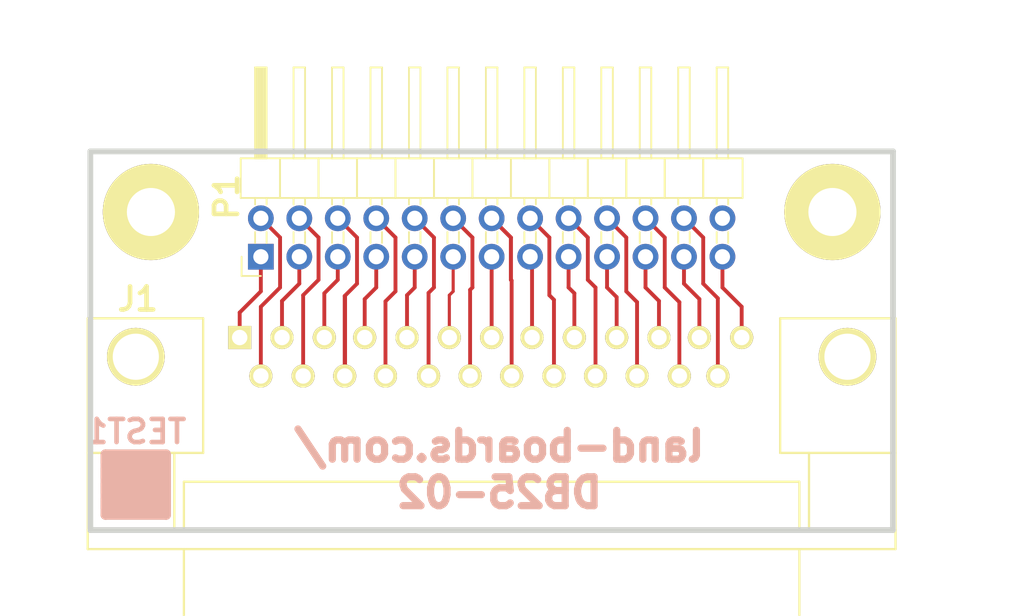
<source format=kicad_pcb>
(kicad_pcb (version 20171130) (host pcbnew "(5.1.10)-1")

  (general
    (thickness 1.6002)
    (drawings 15)
    (tracks 117)
    (zones 0)
    (modules 5)
    (nets 26)
  )

  (page A)
  (title_block
    (title SWLEDX8)
    (date 2017-05-28)
    (rev X1)
    (company "Land Boards, LLC")
  )

  (layers
    (0 Front signal hide)
    (31 Back signal hide)
    (36 B.SilkS user hide)
    (37 F.SilkS user)
    (38 B.Mask user)
    (39 F.Mask user)
    (40 Dwgs.User user)
    (44 Edge.Cuts user)
    (45 Margin user)
    (46 B.CrtYd user)
    (47 F.CrtYd user)
  )

  (setup
    (last_trace_width 0.2032)
    (user_trace_width 0.254)
    (user_trace_width 0.635)
    (trace_clearance 0.254)
    (zone_clearance 0.3048)
    (zone_45_only no)
    (trace_min 0.2032)
    (via_size 0.889)
    (via_drill 0.635)
    (via_min_size 0.889)
    (via_min_drill 0.508)
    (uvia_size 0.508)
    (uvia_drill 0.127)
    (uvias_allowed no)
    (uvia_min_size 0.508)
    (uvia_min_drill 0.127)
    (edge_width 0.381)
    (segment_width 0.381)
    (pcb_text_width 0.3048)
    (pcb_text_size 1.524 2.032)
    (mod_edge_width 0.381)
    (mod_text_size 1.524 1.524)
    (mod_text_width 0.3048)
    (pad_size 6.35 6.35)
    (pad_drill 3.175)
    (pad_to_mask_clearance 0)
    (aux_axis_origin 0 0)
    (visible_elements 7EFFEF7F)
    (pcbplotparams
      (layerselection 0x010f0_ffffffff)
      (usegerberextensions false)
      (usegerberattributes true)
      (usegerberadvancedattributes true)
      (creategerberjobfile true)
      (excludeedgelayer true)
      (linewidth 0.150000)
      (plotframeref false)
      (viasonmask false)
      (mode 1)
      (useauxorigin false)
      (hpglpennumber 1)
      (hpglpenspeed 20)
      (hpglpendiameter 15.000000)
      (psnegative false)
      (psa4output false)
      (plotreference true)
      (plotvalue false)
      (plotinvisibletext false)
      (padsonsilk false)
      (subtractmaskfromsilk false)
      (outputformat 1)
      (mirror false)
      (drillshape 0)
      (scaleselection 1)
      (outputdirectory "plots/"))
  )

  (net 0 "")
  (net 1 "Net-(J1-Pad1)")
  (net 2 "Net-(J1-Pad2)")
  (net 3 "Net-(J1-Pad3)")
  (net 4 "Net-(J1-Pad4)")
  (net 5 "Net-(J1-Pad5)")
  (net 6 "Net-(J1-Pad6)")
  (net 7 "Net-(J1-Pad7)")
  (net 8 "Net-(J1-Pad8)")
  (net 9 "Net-(J1-Pad9)")
  (net 10 "Net-(J1-Pad10)")
  (net 11 "Net-(J1-Pad11)")
  (net 12 "Net-(J1-Pad12)")
  (net 13 "Net-(J1-Pad13)")
  (net 14 "Net-(J1-Pad14)")
  (net 15 "Net-(J1-Pad15)")
  (net 16 "Net-(J1-Pad16)")
  (net 17 "Net-(J1-Pad17)")
  (net 18 "Net-(J1-Pad18)")
  (net 19 "Net-(J1-Pad19)")
  (net 20 "Net-(J1-Pad20)")
  (net 21 "Net-(J1-Pad21)")
  (net 22 "Net-(J1-Pad22)")
  (net 23 "Net-(J1-Pad23)")
  (net 24 "Net-(J1-Pad24)")
  (net 25 "Net-(J1-Pad25)")

  (net_class Default "This is the default net class."
    (clearance 0.254)
    (trace_width 0.2032)
    (via_dia 0.889)
    (via_drill 0.635)
    (uvia_dia 0.508)
    (uvia_drill 0.127)
    (diff_pair_width 0.25)
    (diff_pair_gap 0.25)
    (add_net "Net-(J1-Pad1)")
    (add_net "Net-(J1-Pad10)")
    (add_net "Net-(J1-Pad11)")
    (add_net "Net-(J1-Pad12)")
    (add_net "Net-(J1-Pad13)")
    (add_net "Net-(J1-Pad14)")
    (add_net "Net-(J1-Pad15)")
    (add_net "Net-(J1-Pad16)")
    (add_net "Net-(J1-Pad17)")
    (add_net "Net-(J1-Pad18)")
    (add_net "Net-(J1-Pad19)")
    (add_net "Net-(J1-Pad2)")
    (add_net "Net-(J1-Pad20)")
    (add_net "Net-(J1-Pad21)")
    (add_net "Net-(J1-Pad22)")
    (add_net "Net-(J1-Pad23)")
    (add_net "Net-(J1-Pad24)")
    (add_net "Net-(J1-Pad25)")
    (add_net "Net-(J1-Pad3)")
    (add_net "Net-(J1-Pad4)")
    (add_net "Net-(J1-Pad5)")
    (add_net "Net-(J1-Pad6)")
    (add_net "Net-(J1-Pad7)")
    (add_net "Net-(J1-Pad8)")
    (add_net "Net-(J1-Pad9)")
  )

  (net_class POWER ""
    (clearance 0.254)
    (trace_width 0.635)
    (via_dia 0.889)
    (via_drill 0.635)
    (uvia_dia 0.508)
    (uvia_drill 0.127)
    (diff_pair_width 0.25)
    (diff_pair_gap 0.25)
  )

  (module LandBoards_Marking:TEST_BLK-REAR (layer Front) (tedit 5935B6D1) (tstamp 5935BA98)
    (at 24 28)
    (path /592AF46D)
    (fp_text reference TEST1 (at 0 -3.5) (layer B.SilkS)
      (effects (font (size 1.524 1.524) (thickness 0.3048)) (justify mirror))
    )
    (fp_text value COUPON (at 0 4) (layer F.SilkS) hide
      (effects (font (size 1.524 1.524) (thickness 0.3048)))
    )
    (fp_line (start -2 1.5) (end 2 1.5) (layer B.SilkS) (width 0.65))
    (fp_line (start -2 1) (end -2 1.5) (layer B.SilkS) (width 0.65))
    (fp_line (start 2 1) (end -2 1) (layer B.SilkS) (width 0.65))
    (fp_line (start 2 0.5) (end 2 1) (layer B.SilkS) (width 0.65))
    (fp_line (start 1.5 0.5) (end 2 0.5) (layer B.SilkS) (width 0.65))
    (fp_line (start -2 0.5) (end 1.5 0.5) (layer B.SilkS) (width 0.65))
    (fp_line (start -2 0) (end -2 0.5) (layer B.SilkS) (width 0.65))
    (fp_line (start 2 0) (end -2 0) (layer B.SilkS) (width 0.65))
    (fp_line (start 2 -0.5) (end 2 0) (layer B.SilkS) (width 0.65))
    (fp_line (start -2 -0.5) (end 2 -0.5) (layer B.SilkS) (width 0.65))
    (fp_line (start -2 -1) (end -2 -0.5) (layer B.SilkS) (width 0.65))
    (fp_line (start 2 -1) (end -2 -1) (layer B.SilkS) (width 0.65))
    (fp_line (start 2 -1.5) (end 2 -1) (layer B.SilkS) (width 0.65))
    (fp_line (start -2 -1.5) (end 2 -1.5) (layer B.SilkS) (width 0.65))
    (fp_line (start -2 -2) (end -2 -1.5) (layer B.SilkS) (width 0.65))
    (fp_line (start -2 2) (end -2 -2) (layer B.SilkS) (width 0.65))
    (fp_line (start 2 2) (end -2 2) (layer B.SilkS) (width 0.65))
    (fp_line (start 2 -2) (end 2 2) (layer B.SilkS) (width 0.65))
    (fp_line (start -2 -2) (end 2 -2) (layer B.SilkS) (width 0.65))
  )

  (module Pin_Headers:Pin_Header_Angled_2x13_Pitch2.54mm (layer Front) (tedit 5935BCFE) (tstamp 5935C8B3)
    (at 32.258 12.954 90)
    (descr "Through hole angled pin header, 2x13, 2.54mm pitch, 6mm pin length, double rows")
    (tags "Through hole angled pin header THT 2x13 2.54mm double row")
    (path /5935B96A)
    (fp_text reference P1 (at 3.954 -2.258 90) (layer F.SilkS)
      (effects (font (size 1.524 1.524) (thickness 0.3048)))
    )
    (fp_text value CONN_01X26 (at 5.585 32.75 90) (layer F.SilkS) hide
      (effects (font (size 1 1) (thickness 0.15)))
    )
    (fp_line (start 12.95 -1.8) (end -1.8 -1.8) (layer F.CrtYd) (width 0.05))
    (fp_line (start 12.95 32.25) (end 12.95 -1.8) (layer F.CrtYd) (width 0.05))
    (fp_line (start -1.8 32.25) (end 12.95 32.25) (layer F.CrtYd) (width 0.05))
    (fp_line (start -1.8 -1.8) (end -1.8 32.25) (layer F.CrtYd) (width 0.05))
    (fp_line (start -1.27 -1.27) (end 0 -1.27) (layer F.SilkS) (width 0.12))
    (fp_line (start -1.27 0) (end -1.27 -1.27) (layer F.SilkS) (width 0.12))
    (fp_line (start 0.91 30.86) (end 1.63 30.86) (layer F.SilkS) (width 0.12))
    (fp_line (start 0.91 30.1) (end 1.63 30.1) (layer F.SilkS) (width 0.12))
    (fp_line (start 3.45 30.86) (end 3.88 30.86) (layer F.SilkS) (width 0.12))
    (fp_line (start 3.45 30.1) (end 3.88 30.1) (layer F.SilkS) (width 0.12))
    (fp_line (start 12.5 30.1) (end 6.5 30.1) (layer F.SilkS) (width 0.12))
    (fp_line (start 12.5 30.86) (end 12.5 30.1) (layer F.SilkS) (width 0.12))
    (fp_line (start 6.5 30.86) (end 12.5 30.86) (layer F.SilkS) (width 0.12))
    (fp_line (start 6.5 30.1) (end 6.5 30.86) (layer F.SilkS) (width 0.12))
    (fp_line (start 6.5 29.21) (end 3.88 29.21) (layer F.SilkS) (width 0.12))
    (fp_line (start 6.5 31.81) (end 6.5 29.21) (layer F.SilkS) (width 0.12))
    (fp_line (start 3.88 31.81) (end 6.5 31.81) (layer F.SilkS) (width 0.12))
    (fp_line (start 3.88 29.21) (end 3.88 31.81) (layer F.SilkS) (width 0.12))
    (fp_line (start 0.91 28.32) (end 1.63 28.32) (layer F.SilkS) (width 0.12))
    (fp_line (start 0.91 27.56) (end 1.63 27.56) (layer F.SilkS) (width 0.12))
    (fp_line (start 3.45 28.32) (end 3.88 28.32) (layer F.SilkS) (width 0.12))
    (fp_line (start 3.45 27.56) (end 3.88 27.56) (layer F.SilkS) (width 0.12))
    (fp_line (start 12.5 27.56) (end 6.5 27.56) (layer F.SilkS) (width 0.12))
    (fp_line (start 12.5 28.32) (end 12.5 27.56) (layer F.SilkS) (width 0.12))
    (fp_line (start 6.5 28.32) (end 12.5 28.32) (layer F.SilkS) (width 0.12))
    (fp_line (start 6.5 27.56) (end 6.5 28.32) (layer F.SilkS) (width 0.12))
    (fp_line (start 6.5 26.67) (end 3.88 26.67) (layer F.SilkS) (width 0.12))
    (fp_line (start 6.5 29.21) (end 6.5 26.67) (layer F.SilkS) (width 0.12))
    (fp_line (start 3.88 29.21) (end 6.5 29.21) (layer F.SilkS) (width 0.12))
    (fp_line (start 3.88 26.67) (end 3.88 29.21) (layer F.SilkS) (width 0.12))
    (fp_line (start 0.91 25.78) (end 1.63 25.78) (layer F.SilkS) (width 0.12))
    (fp_line (start 0.91 25.02) (end 1.63 25.02) (layer F.SilkS) (width 0.12))
    (fp_line (start 3.45 25.78) (end 3.88 25.78) (layer F.SilkS) (width 0.12))
    (fp_line (start 3.45 25.02) (end 3.88 25.02) (layer F.SilkS) (width 0.12))
    (fp_line (start 12.5 25.02) (end 6.5 25.02) (layer F.SilkS) (width 0.12))
    (fp_line (start 12.5 25.78) (end 12.5 25.02) (layer F.SilkS) (width 0.12))
    (fp_line (start 6.5 25.78) (end 12.5 25.78) (layer F.SilkS) (width 0.12))
    (fp_line (start 6.5 25.02) (end 6.5 25.78) (layer F.SilkS) (width 0.12))
    (fp_line (start 6.5 24.13) (end 3.88 24.13) (layer F.SilkS) (width 0.12))
    (fp_line (start 6.5 26.67) (end 6.5 24.13) (layer F.SilkS) (width 0.12))
    (fp_line (start 3.88 26.67) (end 6.5 26.67) (layer F.SilkS) (width 0.12))
    (fp_line (start 3.88 24.13) (end 3.88 26.67) (layer F.SilkS) (width 0.12))
    (fp_line (start 0.91 23.24) (end 1.63 23.24) (layer F.SilkS) (width 0.12))
    (fp_line (start 0.91 22.48) (end 1.63 22.48) (layer F.SilkS) (width 0.12))
    (fp_line (start 3.45 23.24) (end 3.88 23.24) (layer F.SilkS) (width 0.12))
    (fp_line (start 3.45 22.48) (end 3.88 22.48) (layer F.SilkS) (width 0.12))
    (fp_line (start 12.5 22.48) (end 6.5 22.48) (layer F.SilkS) (width 0.12))
    (fp_line (start 12.5 23.24) (end 12.5 22.48) (layer F.SilkS) (width 0.12))
    (fp_line (start 6.5 23.24) (end 12.5 23.24) (layer F.SilkS) (width 0.12))
    (fp_line (start 6.5 22.48) (end 6.5 23.24) (layer F.SilkS) (width 0.12))
    (fp_line (start 6.5 21.59) (end 3.88 21.59) (layer F.SilkS) (width 0.12))
    (fp_line (start 6.5 24.13) (end 6.5 21.59) (layer F.SilkS) (width 0.12))
    (fp_line (start 3.88 24.13) (end 6.5 24.13) (layer F.SilkS) (width 0.12))
    (fp_line (start 3.88 21.59) (end 3.88 24.13) (layer F.SilkS) (width 0.12))
    (fp_line (start 0.91 20.7) (end 1.63 20.7) (layer F.SilkS) (width 0.12))
    (fp_line (start 0.91 19.94) (end 1.63 19.94) (layer F.SilkS) (width 0.12))
    (fp_line (start 3.45 20.7) (end 3.88 20.7) (layer F.SilkS) (width 0.12))
    (fp_line (start 3.45 19.94) (end 3.88 19.94) (layer F.SilkS) (width 0.12))
    (fp_line (start 12.5 19.94) (end 6.5 19.94) (layer F.SilkS) (width 0.12))
    (fp_line (start 12.5 20.7) (end 12.5 19.94) (layer F.SilkS) (width 0.12))
    (fp_line (start 6.5 20.7) (end 12.5 20.7) (layer F.SilkS) (width 0.12))
    (fp_line (start 6.5 19.94) (end 6.5 20.7) (layer F.SilkS) (width 0.12))
    (fp_line (start 6.5 19.05) (end 3.88 19.05) (layer F.SilkS) (width 0.12))
    (fp_line (start 6.5 21.59) (end 6.5 19.05) (layer F.SilkS) (width 0.12))
    (fp_line (start 3.88 21.59) (end 6.5 21.59) (layer F.SilkS) (width 0.12))
    (fp_line (start 3.88 19.05) (end 3.88 21.59) (layer F.SilkS) (width 0.12))
    (fp_line (start 0.91 18.16) (end 1.63 18.16) (layer F.SilkS) (width 0.12))
    (fp_line (start 0.91 17.4) (end 1.63 17.4) (layer F.SilkS) (width 0.12))
    (fp_line (start 3.45 18.16) (end 3.88 18.16) (layer F.SilkS) (width 0.12))
    (fp_line (start 3.45 17.4) (end 3.88 17.4) (layer F.SilkS) (width 0.12))
    (fp_line (start 12.5 17.4) (end 6.5 17.4) (layer F.SilkS) (width 0.12))
    (fp_line (start 12.5 18.16) (end 12.5 17.4) (layer F.SilkS) (width 0.12))
    (fp_line (start 6.5 18.16) (end 12.5 18.16) (layer F.SilkS) (width 0.12))
    (fp_line (start 6.5 17.4) (end 6.5 18.16) (layer F.SilkS) (width 0.12))
    (fp_line (start 6.5 16.51) (end 3.88 16.51) (layer F.SilkS) (width 0.12))
    (fp_line (start 6.5 19.05) (end 6.5 16.51) (layer F.SilkS) (width 0.12))
    (fp_line (start 3.88 19.05) (end 6.5 19.05) (layer F.SilkS) (width 0.12))
    (fp_line (start 3.88 16.51) (end 3.88 19.05) (layer F.SilkS) (width 0.12))
    (fp_line (start 0.91 15.62) (end 1.63 15.62) (layer F.SilkS) (width 0.12))
    (fp_line (start 0.91 14.86) (end 1.63 14.86) (layer F.SilkS) (width 0.12))
    (fp_line (start 3.45 15.62) (end 3.88 15.62) (layer F.SilkS) (width 0.12))
    (fp_line (start 3.45 14.86) (end 3.88 14.86) (layer F.SilkS) (width 0.12))
    (fp_line (start 12.5 14.86) (end 6.5 14.86) (layer F.SilkS) (width 0.12))
    (fp_line (start 12.5 15.62) (end 12.5 14.86) (layer F.SilkS) (width 0.12))
    (fp_line (start 6.5 15.62) (end 12.5 15.62) (layer F.SilkS) (width 0.12))
    (fp_line (start 6.5 14.86) (end 6.5 15.62) (layer F.SilkS) (width 0.12))
    (fp_line (start 6.5 13.97) (end 3.88 13.97) (layer F.SilkS) (width 0.12))
    (fp_line (start 6.5 16.51) (end 6.5 13.97) (layer F.SilkS) (width 0.12))
    (fp_line (start 3.88 16.51) (end 6.5 16.51) (layer F.SilkS) (width 0.12))
    (fp_line (start 3.88 13.97) (end 3.88 16.51) (layer F.SilkS) (width 0.12))
    (fp_line (start 0.91 13.08) (end 1.63 13.08) (layer F.SilkS) (width 0.12))
    (fp_line (start 0.91 12.32) (end 1.63 12.32) (layer F.SilkS) (width 0.12))
    (fp_line (start 3.45 13.08) (end 3.88 13.08) (layer F.SilkS) (width 0.12))
    (fp_line (start 3.45 12.32) (end 3.88 12.32) (layer F.SilkS) (width 0.12))
    (fp_line (start 12.5 12.32) (end 6.5 12.32) (layer F.SilkS) (width 0.12))
    (fp_line (start 12.5 13.08) (end 12.5 12.32) (layer F.SilkS) (width 0.12))
    (fp_line (start 6.5 13.08) (end 12.5 13.08) (layer F.SilkS) (width 0.12))
    (fp_line (start 6.5 12.32) (end 6.5 13.08) (layer F.SilkS) (width 0.12))
    (fp_line (start 6.5 11.43) (end 3.88 11.43) (layer F.SilkS) (width 0.12))
    (fp_line (start 6.5 13.97) (end 6.5 11.43) (layer F.SilkS) (width 0.12))
    (fp_line (start 3.88 13.97) (end 6.5 13.97) (layer F.SilkS) (width 0.12))
    (fp_line (start 3.88 11.43) (end 3.88 13.97) (layer F.SilkS) (width 0.12))
    (fp_line (start 0.91 10.54) (end 1.63 10.54) (layer F.SilkS) (width 0.12))
    (fp_line (start 0.91 9.78) (end 1.63 9.78) (layer F.SilkS) (width 0.12))
    (fp_line (start 3.45 10.54) (end 3.88 10.54) (layer F.SilkS) (width 0.12))
    (fp_line (start 3.45 9.78) (end 3.88 9.78) (layer F.SilkS) (width 0.12))
    (fp_line (start 12.5 9.78) (end 6.5 9.78) (layer F.SilkS) (width 0.12))
    (fp_line (start 12.5 10.54) (end 12.5 9.78) (layer F.SilkS) (width 0.12))
    (fp_line (start 6.5 10.54) (end 12.5 10.54) (layer F.SilkS) (width 0.12))
    (fp_line (start 6.5 9.78) (end 6.5 10.54) (layer F.SilkS) (width 0.12))
    (fp_line (start 6.5 8.89) (end 3.88 8.89) (layer F.SilkS) (width 0.12))
    (fp_line (start 6.5 11.43) (end 6.5 8.89) (layer F.SilkS) (width 0.12))
    (fp_line (start 3.88 11.43) (end 6.5 11.43) (layer F.SilkS) (width 0.12))
    (fp_line (start 3.88 8.89) (end 3.88 11.43) (layer F.SilkS) (width 0.12))
    (fp_line (start 0.91 8) (end 1.63 8) (layer F.SilkS) (width 0.12))
    (fp_line (start 0.91 7.24) (end 1.63 7.24) (layer F.SilkS) (width 0.12))
    (fp_line (start 3.45 8) (end 3.88 8) (layer F.SilkS) (width 0.12))
    (fp_line (start 3.45 7.24) (end 3.88 7.24) (layer F.SilkS) (width 0.12))
    (fp_line (start 12.5 7.24) (end 6.5 7.24) (layer F.SilkS) (width 0.12))
    (fp_line (start 12.5 8) (end 12.5 7.24) (layer F.SilkS) (width 0.12))
    (fp_line (start 6.5 8) (end 12.5 8) (layer F.SilkS) (width 0.12))
    (fp_line (start 6.5 7.24) (end 6.5 8) (layer F.SilkS) (width 0.12))
    (fp_line (start 6.5 6.35) (end 3.88 6.35) (layer F.SilkS) (width 0.12))
    (fp_line (start 6.5 8.89) (end 6.5 6.35) (layer F.SilkS) (width 0.12))
    (fp_line (start 3.88 8.89) (end 6.5 8.89) (layer F.SilkS) (width 0.12))
    (fp_line (start 3.88 6.35) (end 3.88 8.89) (layer F.SilkS) (width 0.12))
    (fp_line (start 0.91 5.46) (end 1.63 5.46) (layer F.SilkS) (width 0.12))
    (fp_line (start 0.91 4.7) (end 1.63 4.7) (layer F.SilkS) (width 0.12))
    (fp_line (start 3.45 5.46) (end 3.88 5.46) (layer F.SilkS) (width 0.12))
    (fp_line (start 3.45 4.7) (end 3.88 4.7) (layer F.SilkS) (width 0.12))
    (fp_line (start 12.5 4.7) (end 6.5 4.7) (layer F.SilkS) (width 0.12))
    (fp_line (start 12.5 5.46) (end 12.5 4.7) (layer F.SilkS) (width 0.12))
    (fp_line (start 6.5 5.46) (end 12.5 5.46) (layer F.SilkS) (width 0.12))
    (fp_line (start 6.5 4.7) (end 6.5 5.46) (layer F.SilkS) (width 0.12))
    (fp_line (start 6.5 3.81) (end 3.88 3.81) (layer F.SilkS) (width 0.12))
    (fp_line (start 6.5 6.35) (end 6.5 3.81) (layer F.SilkS) (width 0.12))
    (fp_line (start 3.88 6.35) (end 6.5 6.35) (layer F.SilkS) (width 0.12))
    (fp_line (start 3.88 3.81) (end 3.88 6.35) (layer F.SilkS) (width 0.12))
    (fp_line (start 0.91 2.92) (end 1.63 2.92) (layer F.SilkS) (width 0.12))
    (fp_line (start 0.91 2.16) (end 1.63 2.16) (layer F.SilkS) (width 0.12))
    (fp_line (start 3.45 2.92) (end 3.88 2.92) (layer F.SilkS) (width 0.12))
    (fp_line (start 3.45 2.16) (end 3.88 2.16) (layer F.SilkS) (width 0.12))
    (fp_line (start 12.5 2.16) (end 6.5 2.16) (layer F.SilkS) (width 0.12))
    (fp_line (start 12.5 2.92) (end 12.5 2.16) (layer F.SilkS) (width 0.12))
    (fp_line (start 6.5 2.92) (end 12.5 2.92) (layer F.SilkS) (width 0.12))
    (fp_line (start 6.5 2.16) (end 6.5 2.92) (layer F.SilkS) (width 0.12))
    (fp_line (start 6.5 1.27) (end 3.88 1.27) (layer F.SilkS) (width 0.12))
    (fp_line (start 6.5 3.81) (end 6.5 1.27) (layer F.SilkS) (width 0.12))
    (fp_line (start 3.88 3.81) (end 6.5 3.81) (layer F.SilkS) (width 0.12))
    (fp_line (start 3.88 1.27) (end 3.88 3.81) (layer F.SilkS) (width 0.12))
    (fp_line (start 6.5 0.34) (end 12.5 0.34) (layer F.SilkS) (width 0.12))
    (fp_line (start 6.5 0.22) (end 12.5 0.22) (layer F.SilkS) (width 0.12))
    (fp_line (start 6.5 0.1) (end 12.5 0.1) (layer F.SilkS) (width 0.12))
    (fp_line (start 6.5 -0.02) (end 12.5 -0.02) (layer F.SilkS) (width 0.12))
    (fp_line (start 6.5 -0.14) (end 12.5 -0.14) (layer F.SilkS) (width 0.12))
    (fp_line (start 6.5 -0.26) (end 12.5 -0.26) (layer F.SilkS) (width 0.12))
    (fp_line (start 0.91 0.38) (end 1.63 0.38) (layer F.SilkS) (width 0.12))
    (fp_line (start 0.91 -0.38) (end 1.63 -0.38) (layer F.SilkS) (width 0.12))
    (fp_line (start 3.45 0.38) (end 3.88 0.38) (layer F.SilkS) (width 0.12))
    (fp_line (start 3.45 -0.38) (end 3.88 -0.38) (layer F.SilkS) (width 0.12))
    (fp_line (start 12.5 -0.38) (end 6.5 -0.38) (layer F.SilkS) (width 0.12))
    (fp_line (start 12.5 0.38) (end 12.5 -0.38) (layer F.SilkS) (width 0.12))
    (fp_line (start 6.5 0.38) (end 12.5 0.38) (layer F.SilkS) (width 0.12))
    (fp_line (start 6.5 -0.38) (end 6.5 0.38) (layer F.SilkS) (width 0.12))
    (fp_line (start 6.5 -1.33) (end 3.88 -1.33) (layer F.SilkS) (width 0.12))
    (fp_line (start 6.5 1.27) (end 6.5 -1.33) (layer F.SilkS) (width 0.12))
    (fp_line (start 3.88 1.27) (end 6.5 1.27) (layer F.SilkS) (width 0.12))
    (fp_line (start 3.88 -1.33) (end 3.88 1.27) (layer F.SilkS) (width 0.12))
    (fp_line (start 12.44 30.16) (end 0 30.16) (layer F.Fab) (width 0.1))
    (fp_line (start 12.44 30.8) (end 12.44 30.16) (layer F.Fab) (width 0.1))
    (fp_line (start 0 30.8) (end 12.44 30.8) (layer F.Fab) (width 0.1))
    (fp_line (start 0 30.16) (end 0 30.8) (layer F.Fab) (width 0.1))
    (fp_line (start 6.44 29.21) (end 3.94 29.21) (layer F.Fab) (width 0.1))
    (fp_line (start 6.44 31.75) (end 6.44 29.21) (layer F.Fab) (width 0.1))
    (fp_line (start 3.94 31.75) (end 6.44 31.75) (layer F.Fab) (width 0.1))
    (fp_line (start 3.94 29.21) (end 3.94 31.75) (layer F.Fab) (width 0.1))
    (fp_line (start 12.44 27.62) (end 0 27.62) (layer F.Fab) (width 0.1))
    (fp_line (start 12.44 28.26) (end 12.44 27.62) (layer F.Fab) (width 0.1))
    (fp_line (start 0 28.26) (end 12.44 28.26) (layer F.Fab) (width 0.1))
    (fp_line (start 0 27.62) (end 0 28.26) (layer F.Fab) (width 0.1))
    (fp_line (start 6.44 26.67) (end 3.94 26.67) (layer F.Fab) (width 0.1))
    (fp_line (start 6.44 29.21) (end 6.44 26.67) (layer F.Fab) (width 0.1))
    (fp_line (start 3.94 29.21) (end 6.44 29.21) (layer F.Fab) (width 0.1))
    (fp_line (start 3.94 26.67) (end 3.94 29.21) (layer F.Fab) (width 0.1))
    (fp_line (start 12.44 25.08) (end 0 25.08) (layer F.Fab) (width 0.1))
    (fp_line (start 12.44 25.72) (end 12.44 25.08) (layer F.Fab) (width 0.1))
    (fp_line (start 0 25.72) (end 12.44 25.72) (layer F.Fab) (width 0.1))
    (fp_line (start 0 25.08) (end 0 25.72) (layer F.Fab) (width 0.1))
    (fp_line (start 6.44 24.13) (end 3.94 24.13) (layer F.Fab) (width 0.1))
    (fp_line (start 6.44 26.67) (end 6.44 24.13) (layer F.Fab) (width 0.1))
    (fp_line (start 3.94 26.67) (end 6.44 26.67) (layer F.Fab) (width 0.1))
    (fp_line (start 3.94 24.13) (end 3.94 26.67) (layer F.Fab) (width 0.1))
    (fp_line (start 12.44 22.54) (end 0 22.54) (layer F.Fab) (width 0.1))
    (fp_line (start 12.44 23.18) (end 12.44 22.54) (layer F.Fab) (width 0.1))
    (fp_line (start 0 23.18) (end 12.44 23.18) (layer F.Fab) (width 0.1))
    (fp_line (start 0 22.54) (end 0 23.18) (layer F.Fab) (width 0.1))
    (fp_line (start 6.44 21.59) (end 3.94 21.59) (layer F.Fab) (width 0.1))
    (fp_line (start 6.44 24.13) (end 6.44 21.59) (layer F.Fab) (width 0.1))
    (fp_line (start 3.94 24.13) (end 6.44 24.13) (layer F.Fab) (width 0.1))
    (fp_line (start 3.94 21.59) (end 3.94 24.13) (layer F.Fab) (width 0.1))
    (fp_line (start 12.44 20) (end 0 20) (layer F.Fab) (width 0.1))
    (fp_line (start 12.44 20.64) (end 12.44 20) (layer F.Fab) (width 0.1))
    (fp_line (start 0 20.64) (end 12.44 20.64) (layer F.Fab) (width 0.1))
    (fp_line (start 0 20) (end 0 20.64) (layer F.Fab) (width 0.1))
    (fp_line (start 6.44 19.05) (end 3.94 19.05) (layer F.Fab) (width 0.1))
    (fp_line (start 6.44 21.59) (end 6.44 19.05) (layer F.Fab) (width 0.1))
    (fp_line (start 3.94 21.59) (end 6.44 21.59) (layer F.Fab) (width 0.1))
    (fp_line (start 3.94 19.05) (end 3.94 21.59) (layer F.Fab) (width 0.1))
    (fp_line (start 12.44 17.46) (end 0 17.46) (layer F.Fab) (width 0.1))
    (fp_line (start 12.44 18.1) (end 12.44 17.46) (layer F.Fab) (width 0.1))
    (fp_line (start 0 18.1) (end 12.44 18.1) (layer F.Fab) (width 0.1))
    (fp_line (start 0 17.46) (end 0 18.1) (layer F.Fab) (width 0.1))
    (fp_line (start 6.44 16.51) (end 3.94 16.51) (layer F.Fab) (width 0.1))
    (fp_line (start 6.44 19.05) (end 6.44 16.51) (layer F.Fab) (width 0.1))
    (fp_line (start 3.94 19.05) (end 6.44 19.05) (layer F.Fab) (width 0.1))
    (fp_line (start 3.94 16.51) (end 3.94 19.05) (layer F.Fab) (width 0.1))
    (fp_line (start 12.44 14.92) (end 0 14.92) (layer F.Fab) (width 0.1))
    (fp_line (start 12.44 15.56) (end 12.44 14.92) (layer F.Fab) (width 0.1))
    (fp_line (start 0 15.56) (end 12.44 15.56) (layer F.Fab) (width 0.1))
    (fp_line (start 0 14.92) (end 0 15.56) (layer F.Fab) (width 0.1))
    (fp_line (start 6.44 13.97) (end 3.94 13.97) (layer F.Fab) (width 0.1))
    (fp_line (start 6.44 16.51) (end 6.44 13.97) (layer F.Fab) (width 0.1))
    (fp_line (start 3.94 16.51) (end 6.44 16.51) (layer F.Fab) (width 0.1))
    (fp_line (start 3.94 13.97) (end 3.94 16.51) (layer F.Fab) (width 0.1))
    (fp_line (start 12.44 12.38) (end 0 12.38) (layer F.Fab) (width 0.1))
    (fp_line (start 12.44 13.02) (end 12.44 12.38) (layer F.Fab) (width 0.1))
    (fp_line (start 0 13.02) (end 12.44 13.02) (layer F.Fab) (width 0.1))
    (fp_line (start 0 12.38) (end 0 13.02) (layer F.Fab) (width 0.1))
    (fp_line (start 6.44 11.43) (end 3.94 11.43) (layer F.Fab) (width 0.1))
    (fp_line (start 6.44 13.97) (end 6.44 11.43) (layer F.Fab) (width 0.1))
    (fp_line (start 3.94 13.97) (end 6.44 13.97) (layer F.Fab) (width 0.1))
    (fp_line (start 3.94 11.43) (end 3.94 13.97) (layer F.Fab) (width 0.1))
    (fp_line (start 12.44 9.84) (end 0 9.84) (layer F.Fab) (width 0.1))
    (fp_line (start 12.44 10.48) (end 12.44 9.84) (layer F.Fab) (width 0.1))
    (fp_line (start 0 10.48) (end 12.44 10.48) (layer F.Fab) (width 0.1))
    (fp_line (start 0 9.84) (end 0 10.48) (layer F.Fab) (width 0.1))
    (fp_line (start 6.44 8.89) (end 3.94 8.89) (layer F.Fab) (width 0.1))
    (fp_line (start 6.44 11.43) (end 6.44 8.89) (layer F.Fab) (width 0.1))
    (fp_line (start 3.94 11.43) (end 6.44 11.43) (layer F.Fab) (width 0.1))
    (fp_line (start 3.94 8.89) (end 3.94 11.43) (layer F.Fab) (width 0.1))
    (fp_line (start 12.44 7.3) (end 0 7.3) (layer F.Fab) (width 0.1))
    (fp_line (start 12.44 7.94) (end 12.44 7.3) (layer F.Fab) (width 0.1))
    (fp_line (start 0 7.94) (end 12.44 7.94) (layer F.Fab) (width 0.1))
    (fp_line (start 0 7.3) (end 0 7.94) (layer F.Fab) (width 0.1))
    (fp_line (start 6.44 6.35) (end 3.94 6.35) (layer F.Fab) (width 0.1))
    (fp_line (start 6.44 8.89) (end 6.44 6.35) (layer F.Fab) (width 0.1))
    (fp_line (start 3.94 8.89) (end 6.44 8.89) (layer F.Fab) (width 0.1))
    (fp_line (start 3.94 6.35) (end 3.94 8.89) (layer F.Fab) (width 0.1))
    (fp_line (start 12.44 4.76) (end 0 4.76) (layer F.Fab) (width 0.1))
    (fp_line (start 12.44 5.4) (end 12.44 4.76) (layer F.Fab) (width 0.1))
    (fp_line (start 0 5.4) (end 12.44 5.4) (layer F.Fab) (width 0.1))
    (fp_line (start 0 4.76) (end 0 5.4) (layer F.Fab) (width 0.1))
    (fp_line (start 6.44 3.81) (end 3.94 3.81) (layer F.Fab) (width 0.1))
    (fp_line (start 6.44 6.35) (end 6.44 3.81) (layer F.Fab) (width 0.1))
    (fp_line (start 3.94 6.35) (end 6.44 6.35) (layer F.Fab) (width 0.1))
    (fp_line (start 3.94 3.81) (end 3.94 6.35) (layer F.Fab) (width 0.1))
    (fp_line (start 12.44 2.22) (end 0 2.22) (layer F.Fab) (width 0.1))
    (fp_line (start 12.44 2.86) (end 12.44 2.22) (layer F.Fab) (width 0.1))
    (fp_line (start 0 2.86) (end 12.44 2.86) (layer F.Fab) (width 0.1))
    (fp_line (start 0 2.22) (end 0 2.86) (layer F.Fab) (width 0.1))
    (fp_line (start 6.44 1.27) (end 3.94 1.27) (layer F.Fab) (width 0.1))
    (fp_line (start 6.44 3.81) (end 6.44 1.27) (layer F.Fab) (width 0.1))
    (fp_line (start 3.94 3.81) (end 6.44 3.81) (layer F.Fab) (width 0.1))
    (fp_line (start 3.94 1.27) (end 3.94 3.81) (layer F.Fab) (width 0.1))
    (fp_line (start 12.44 -0.32) (end 0 -0.32) (layer F.Fab) (width 0.1))
    (fp_line (start 12.44 0.32) (end 12.44 -0.32) (layer F.Fab) (width 0.1))
    (fp_line (start 0 0.32) (end 12.44 0.32) (layer F.Fab) (width 0.1))
    (fp_line (start 0 -0.32) (end 0 0.32) (layer F.Fab) (width 0.1))
    (fp_line (start 6.44 -1.27) (end 3.94 -1.27) (layer F.Fab) (width 0.1))
    (fp_line (start 6.44 1.27) (end 6.44 -1.27) (layer F.Fab) (width 0.1))
    (fp_line (start 3.94 1.27) (end 6.44 1.27) (layer F.Fab) (width 0.1))
    (fp_line (start 3.94 -1.27) (end 3.94 1.27) (layer F.Fab) (width 0.1))
    (fp_text user %R (at 5.585 -2.27 90) (layer F.Fab)
      (effects (font (size 1 1) (thickness 0.15)))
    )
    (pad 1 thru_hole rect (at 0 0 90) (size 1.7 1.7) (drill 1) (layers *.Cu *.Mask)
      (net 1 "Net-(J1-Pad1)"))
    (pad 2 thru_hole oval (at 2.54 0 90) (size 1.7 1.7) (drill 1) (layers *.Cu *.Mask)
      (net 14 "Net-(J1-Pad14)"))
    (pad 3 thru_hole oval (at 0 2.54 90) (size 1.7 1.7) (drill 1) (layers *.Cu *.Mask)
      (net 2 "Net-(J1-Pad2)"))
    (pad 4 thru_hole oval (at 2.54 2.54 90) (size 1.7 1.7) (drill 1) (layers *.Cu *.Mask)
      (net 15 "Net-(J1-Pad15)"))
    (pad 5 thru_hole oval (at 0 5.08 90) (size 1.7 1.7) (drill 1) (layers *.Cu *.Mask)
      (net 3 "Net-(J1-Pad3)"))
    (pad 6 thru_hole oval (at 2.54 5.08 90) (size 1.7 1.7) (drill 1) (layers *.Cu *.Mask)
      (net 16 "Net-(J1-Pad16)"))
    (pad 7 thru_hole oval (at 0 7.62 90) (size 1.7 1.7) (drill 1) (layers *.Cu *.Mask)
      (net 4 "Net-(J1-Pad4)"))
    (pad 8 thru_hole oval (at 2.54 7.62 90) (size 1.7 1.7) (drill 1) (layers *.Cu *.Mask)
      (net 17 "Net-(J1-Pad17)"))
    (pad 9 thru_hole oval (at 0 10.16 90) (size 1.7 1.7) (drill 1) (layers *.Cu *.Mask)
      (net 5 "Net-(J1-Pad5)"))
    (pad 10 thru_hole oval (at 2.54 10.16 90) (size 1.7 1.7) (drill 1) (layers *.Cu *.Mask)
      (net 18 "Net-(J1-Pad18)"))
    (pad 11 thru_hole oval (at 0 12.7 90) (size 1.7 1.7) (drill 1) (layers *.Cu *.Mask)
      (net 6 "Net-(J1-Pad6)"))
    (pad 12 thru_hole oval (at 2.54 12.7 90) (size 1.7 1.7) (drill 1) (layers *.Cu *.Mask)
      (net 19 "Net-(J1-Pad19)"))
    (pad 13 thru_hole oval (at 0 15.24 90) (size 1.7 1.7) (drill 1) (layers *.Cu *.Mask)
      (net 7 "Net-(J1-Pad7)"))
    (pad 14 thru_hole oval (at 2.54 15.24 90) (size 1.7 1.7) (drill 1) (layers *.Cu *.Mask)
      (net 20 "Net-(J1-Pad20)"))
    (pad 15 thru_hole oval (at 0 17.78 90) (size 1.7 1.7) (drill 1) (layers *.Cu *.Mask)
      (net 8 "Net-(J1-Pad8)"))
    (pad 16 thru_hole oval (at 2.54 17.78 90) (size 1.7 1.7) (drill 1) (layers *.Cu *.Mask)
      (net 21 "Net-(J1-Pad21)"))
    (pad 17 thru_hole oval (at 0 20.32 90) (size 1.7 1.7) (drill 1) (layers *.Cu *.Mask)
      (net 9 "Net-(J1-Pad9)"))
    (pad 18 thru_hole oval (at 2.54 20.32 90) (size 1.7 1.7) (drill 1) (layers *.Cu *.Mask)
      (net 22 "Net-(J1-Pad22)"))
    (pad 19 thru_hole oval (at 0 22.86 90) (size 1.7 1.7) (drill 1) (layers *.Cu *.Mask)
      (net 10 "Net-(J1-Pad10)"))
    (pad 20 thru_hole oval (at 2.54 22.86 90) (size 1.7 1.7) (drill 1) (layers *.Cu *.Mask)
      (net 23 "Net-(J1-Pad23)"))
    (pad 21 thru_hole oval (at 0 25.4 90) (size 1.7 1.7) (drill 1) (layers *.Cu *.Mask)
      (net 11 "Net-(J1-Pad11)"))
    (pad 22 thru_hole oval (at 2.54 25.4 90) (size 1.7 1.7) (drill 1) (layers *.Cu *.Mask)
      (net 24 "Net-(J1-Pad24)"))
    (pad 23 thru_hole oval (at 0 27.94 90) (size 1.7 1.7) (drill 1) (layers *.Cu *.Mask)
      (net 12 "Net-(J1-Pad12)"))
    (pad 24 thru_hole oval (at 2.54 27.94 90) (size 1.7 1.7) (drill 1) (layers *.Cu *.Mask)
      (net 25 "Net-(J1-Pad25)"))
    (pad 25 thru_hole oval (at 0 30.48 90) (size 1.7 1.7) (drill 1) (layers *.Cu *.Mask)
      (net 13 "Net-(J1-Pad13)"))
    (pad 26 thru_hole oval (at 2.54 30.48 90) (size 1.7 1.7) (drill 1) (layers *.Cu *.Mask))
    (model ${KISYS3DMOD}/Pin_Headers.3dshapes/Pin_Header_Angled_2x13_Pitch2.54mm.wrl
      (offset (xyz 1.269999980926514 -15.23999977111816 0))
      (scale (xyz 1 1 1))
      (rotate (xyz 0 0 90))
    )
  )

  (module LandBoards_Conns:DB25MC (layer Front) (tedit 5935BD17) (tstamp 5935CD85)
    (at 47.498 19.558 180)
    (descr "Connecteur DB25 MALE couche")
    (tags "CONN DB25")
    (path /5935B8C9)
    (fp_text reference J1 (at 23.368 3.81 180) (layer F.SilkS)
      (effects (font (size 1.524 1.524) (thickness 0.3048)))
    )
    (fp_text value DB25 (at 0 -6.35 180) (layer F.SilkS) hide
      (effects (font (size 1 1) (thickness 0.15)))
    )
    (fp_line (start -26.67 2.54) (end -19.05 2.54) (layer F.SilkS) (width 0.15))
    (fp_line (start -20.32 -18.415) (end 20.32 -18.415) (layer F.SilkS) (width 0.15))
    (fp_line (start -20.32 -8.255) (end 20.32 -8.255) (layer F.SilkS) (width 0.15))
    (fp_line (start 19.05 2.54) (end 26.67 2.54) (layer F.SilkS) (width 0.15))
    (fp_line (start -26.67 -11.43) (end 26.67 -11.43) (layer F.SilkS) (width 0.15))
    (fp_line (start -26.67 -12.7) (end -26.67 -11.43) (layer F.SilkS) (width 0.15))
    (fp_line (start 26.67 -12.7) (end -26.67 -12.7) (layer F.SilkS) (width 0.15))
    (fp_line (start 26.67 -11.43) (end 26.67 -12.7) (layer F.SilkS) (width 0.15))
    (fp_line (start -20.32 -18.415) (end -20.32 -12.7) (layer F.SilkS) (width 0.15))
    (fp_line (start 20.32 -18.415) (end 20.32 -12.7) (layer F.SilkS) (width 0.15))
    (fp_line (start -20.32 -8.255) (end -20.32 -11.43) (layer F.SilkS) (width 0.15))
    (fp_line (start 20.32 -8.255) (end 20.32 -11.43) (layer F.SilkS) (width 0.15))
    (fp_line (start -26.67 -6.35) (end -19.05 -6.35) (layer F.SilkS) (width 0.15))
    (fp_line (start 26.67 -6.35) (end 19.05 -6.35) (layer F.SilkS) (width 0.15))
    (fp_line (start -26.67 2.54) (end -26.67 -11.43) (layer F.SilkS) (width 0.15))
    (fp_line (start -19.05 -6.35) (end -19.05 2.54) (layer F.SilkS) (width 0.15))
    (fp_line (start -20.955 -11.43) (end -20.955 -6.35) (layer F.SilkS) (width 0.15))
    (fp_line (start 20.955 -11.43) (end 20.955 -6.35) (layer F.SilkS) (width 0.15))
    (fp_line (start 19.05 -6.35) (end 19.05 2.54) (layer F.SilkS) (width 0.15))
    (fp_line (start 26.67 -11.43) (end 26.67 2.54) (layer F.SilkS) (width 0.15))
    (pad "" thru_hole circle (at 23.495 0 180) (size 3.81 3.81) (drill 3.048) (layers *.Cu *.Mask F.SilkS))
    (pad "" thru_hole circle (at -23.495 0 180) (size 3.81 3.81) (drill 3.048) (layers *.Cu *.Mask F.SilkS))
    (pad 13 thru_hole circle (at -16.51 1.27 180) (size 1.524 1.524) (drill 1.016) (layers *.Cu *.Mask F.SilkS)
      (net 13 "Net-(J1-Pad13)"))
    (pad 12 thru_hole circle (at -13.716 1.27 180) (size 1.524 1.524) (drill 1.016) (layers *.Cu *.Mask F.SilkS)
      (net 12 "Net-(J1-Pad12)"))
    (pad 11 thru_hole circle (at -11.049 1.27 180) (size 1.524 1.524) (drill 1.016) (layers *.Cu *.Mask F.SilkS)
      (net 11 "Net-(J1-Pad11)"))
    (pad 10 thru_hole circle (at -8.255 1.27 180) (size 1.524 1.524) (drill 1.016) (layers *.Cu *.Mask F.SilkS)
      (net 10 "Net-(J1-Pad10)"))
    (pad 9 thru_hole circle (at -5.461 1.27 180) (size 1.524 1.524) (drill 1.016) (layers *.Cu *.Mask F.SilkS)
      (net 9 "Net-(J1-Pad9)"))
    (pad 8 thru_hole circle (at -2.667 1.27 180) (size 1.524 1.524) (drill 1.016) (layers *.Cu *.Mask F.SilkS)
      (net 8 "Net-(J1-Pad8)"))
    (pad 7 thru_hole circle (at 0 1.27 180) (size 1.524 1.524) (drill 1.016) (layers *.Cu *.Mask F.SilkS)
      (net 7 "Net-(J1-Pad7)"))
    (pad 6 thru_hole circle (at 2.794 1.27 180) (size 1.524 1.524) (drill 1.016) (layers *.Cu *.Mask F.SilkS)
      (net 6 "Net-(J1-Pad6)"))
    (pad 5 thru_hole circle (at 5.588 1.27 180) (size 1.524 1.524) (drill 1.016) (layers *.Cu *.Mask F.SilkS)
      (net 5 "Net-(J1-Pad5)"))
    (pad 4 thru_hole circle (at 8.382 1.27 180) (size 1.524 1.524) (drill 1.016) (layers *.Cu *.Mask F.SilkS)
      (net 4 "Net-(J1-Pad4)"))
    (pad 3 thru_hole circle (at 11.049 1.27 180) (size 1.524 1.524) (drill 1.016) (layers *.Cu *.Mask F.SilkS)
      (net 3 "Net-(J1-Pad3)"))
    (pad 2 thru_hole circle (at 13.843 1.27 180) (size 1.524 1.524) (drill 1.016) (layers *.Cu *.Mask F.SilkS)
      (net 2 "Net-(J1-Pad2)"))
    (pad 1 thru_hole rect (at 16.637 1.27 180) (size 1.524 1.524) (drill 1.016) (layers *.Cu *.Mask F.SilkS)
      (net 1 "Net-(J1-Pad1)"))
    (pad 25 thru_hole circle (at -14.9352 -1.27 180) (size 1.524 1.524) (drill 1.016) (layers *.Cu *.Mask F.SilkS)
      (net 25 "Net-(J1-Pad25)"))
    (pad 24 thru_hole circle (at -12.3952 -1.27 180) (size 1.524 1.524) (drill 1.016) (layers *.Cu *.Mask F.SilkS)
      (net 24 "Net-(J1-Pad24)"))
    (pad 23 thru_hole circle (at -9.6012 -1.27 180) (size 1.524 1.524) (drill 1.016) (layers *.Cu *.Mask F.SilkS)
      (net 23 "Net-(J1-Pad23)"))
    (pad 22 thru_hole circle (at -6.858 -1.27 180) (size 1.524 1.524) (drill 1.016) (layers *.Cu *.Mask F.SilkS)
      (net 22 "Net-(J1-Pad22)"))
    (pad 21 thru_hole circle (at -4.1148 -1.27 180) (size 1.524 1.524) (drill 1.016) (layers *.Cu *.Mask F.SilkS)
      (net 21 "Net-(J1-Pad21)"))
    (pad 20 thru_hole circle (at -1.3208 -1.27 180) (size 1.524 1.524) (drill 1.016) (layers *.Cu *.Mask F.SilkS)
      (net 20 "Net-(J1-Pad20)"))
    (pad 19 thru_hole circle (at 1.4224 -1.27 180) (size 1.524 1.524) (drill 1.016) (layers *.Cu *.Mask F.SilkS)
      (net 19 "Net-(J1-Pad19)"))
    (pad 18 thru_hole circle (at 4.1656 -1.27 180) (size 1.524 1.524) (drill 1.016) (layers *.Cu *.Mask F.SilkS)
      (net 18 "Net-(J1-Pad18)"))
    (pad 17 thru_hole circle (at 7.0104 -1.27 180) (size 1.524 1.524) (drill 1.016) (layers *.Cu *.Mask F.SilkS)
      (net 17 "Net-(J1-Pad17)"))
    (pad 16 thru_hole circle (at 9.7028 -1.27 180) (size 1.524 1.524) (drill 1.016) (layers *.Cu *.Mask F.SilkS)
      (net 16 "Net-(J1-Pad16)"))
    (pad 15 thru_hole circle (at 12.446 -1.27 180) (size 1.524 1.524) (drill 1.016) (layers *.Cu *.Mask F.SilkS)
      (net 15 "Net-(J1-Pad15)"))
    (pad 14 thru_hole circle (at 15.24 -1.27 180) (size 1.524 1.524) (drill 1.016) (layers *.Cu *.Mask F.SilkS)
      (net 14 "Net-(J1-Pad14)"))
    (model Connect.3dshapes/DB25MC.wrl
      (at (xyz 0 0 0))
      (scale (xyz 1 1 1))
      (rotate (xyz 0 0 0))
    )
  )

  (module LandBoards_MountHoles:MTG-4-40 (layer Front) (tedit 5CF905B3) (tstamp 616C5042)
    (at 70 10)
    (path /590A3FE0)
    (fp_text reference MTG1 (at -6.858 -0.635) (layer F.SilkS) hide
      (effects (font (size 1 1) (thickness 0.25)))
    )
    (fp_text value MTG_HOLE (at 0 -5.08) (layer F.SilkS) hide
      (effects (font (size 1.524 1.524) (thickness 0.3048)))
    )
    (fp_circle (center 0 0) (end 3.352745 0) (layer F.CrtYd) (width 0.05))
    (pad 1 thru_hole circle (at 0 0) (size 6.35 6.35) (drill 3.175) (layers *.Cu *.Mask F.SilkS))
  )

  (module LandBoards_MountHoles:MTG-4-40 (layer Front) (tedit 5CF905B3) (tstamp 616C5047)
    (at 25 10)
    (path /590A3F10)
    (fp_text reference MTG2 (at -6.858 -0.635) (layer F.SilkS) hide
      (effects (font (size 1 1) (thickness 0.25)))
    )
    (fp_text value MTG_HOLE (at 0 -5.08) (layer F.SilkS) hide
      (effects (font (size 1.524 1.524) (thickness 0.3048)))
    )
    (fp_circle (center 0 0) (end 3.352745 0) (layer F.CrtYd) (width 0.05))
    (pad 1 thru_hole circle (at 0 0) (size 6.35 6.35) (drill 3.175) (layers *.Cu *.Mask F.SilkS))
  )

  (dimension 4 (width 0.381) (layer Dwgs.User)
    (gr_text "4.000 mm" (at 72 2.469) (layer Dwgs.User)
      (effects (font (size 1 1) (thickness 0.15)))
    )
    (feature1 (pts (xy 74 10) (xy 74 3.413579)))
    (feature2 (pts (xy 70 10) (xy 70 3.413579)))
    (crossbar (pts (xy 70 4) (xy 74 4)))
    (arrow1a (pts (xy 74 4) (xy 72.873496 4.586421)))
    (arrow1b (pts (xy 74 4) (xy 72.873496 3.413579)))
    (arrow2a (pts (xy 70 4) (xy 71.126504 4.586421)))
    (arrow2b (pts (xy 70 4) (xy 71.126504 3.413579)))
  )
  (dimension 4 (width 0.381) (layer Dwgs.User)
    (gr_text "4.000 mm" (at 23 1.469) (layer Dwgs.User)
      (effects (font (size 1 1) (thickness 0.15)))
    )
    (feature1 (pts (xy 25 6) (xy 25 2.413579)))
    (feature2 (pts (xy 21 6) (xy 21 2.413579)))
    (crossbar (pts (xy 21 3) (xy 25 3)))
    (arrow1a (pts (xy 25 3) (xy 23.873496 3.586421)))
    (arrow1b (pts (xy 25 3) (xy 23.873496 2.413579)))
    (arrow2a (pts (xy 21 3) (xy 22.126504 3.586421)))
    (arrow2b (pts (xy 21 3) (xy 22.126504 2.413579)))
  )
  (dimension 4 (width 0.381) (layer Dwgs.User)
    (gr_text "4.000 mm" (at 18.469 8 90) (layer Dwgs.User)
      (effects (font (size 1 1) (thickness 0.15)))
    )
    (feature1 (pts (xy 25 6) (xy 19.413579 6)))
    (feature2 (pts (xy 25 10) (xy 19.413579 10)))
    (crossbar (pts (xy 20 10) (xy 20 6)))
    (arrow1a (pts (xy 20 6) (xy 20.586421 7.126504)))
    (arrow1b (pts (xy 20 6) (xy 19.413579 7.126504)))
    (arrow2a (pts (xy 20 10) (xy 20.586421 8.873496)))
    (arrow2b (pts (xy 20 10) (xy 19.413579 8.873496)))
  )
  (dimension 4 (width 0.381) (layer Dwgs.User)
    (gr_text "4.000 mm" (at 78.531 8 90) (layer Dwgs.User)
      (effects (font (size 1 1) (thickness 0.15)))
    )
    (feature1 (pts (xy 70 6) (xy 77.586421 6)))
    (feature2 (pts (xy 70 10) (xy 77.586421 10)))
    (crossbar (pts (xy 77 10) (xy 77 6)))
    (arrow1a (pts (xy 77 6) (xy 77.586421 7.126504)))
    (arrow1b (pts (xy 77 6) (xy 76.413579 7.126504)))
    (arrow2a (pts (xy 77 10) (xy 77.586421 8.873496)))
    (arrow2b (pts (xy 77 10) (xy 76.413579 8.873496)))
  )
  (dimension 21 (width 0.381) (layer Dwgs.User)
    (gr_text "21.000 mm" (at 77.531 20.5 90) (layer Dwgs.User)
      (effects (font (size 1 1) (thickness 0.15)))
    )
    (feature1 (pts (xy 74 10) (xy 76.586421 10)))
    (feature2 (pts (xy 74 31) (xy 76.586421 31)))
    (crossbar (pts (xy 76 31) (xy 76 10)))
    (arrow1a (pts (xy 76 10) (xy 76.586421 11.126504)))
    (arrow1b (pts (xy 76 10) (xy 75.413579 11.126504)))
    (arrow2a (pts (xy 76 31) (xy 76.586421 29.873496)))
    (arrow2b (pts (xy 76 31) (xy 75.413579 29.873496)))
  )
  (dimension 25 (width 0.381) (layer Dwgs.User)
    (gr_text "25.000 mm" (at 81.531 18.5 90) (layer Dwgs.User)
      (effects (font (size 1 1) (thickness 0.15)))
    )
    (feature1 (pts (xy 74 6) (xy 80.586421 6)))
    (feature2 (pts (xy 74 31) (xy 80.586421 31)))
    (crossbar (pts (xy 80 31) (xy 80 6)))
    (arrow1a (pts (xy 80 6) (xy 80.586421 7.126504)))
    (arrow1b (pts (xy 80 6) (xy 79.413579 7.126504)))
    (arrow2a (pts (xy 80 31) (xy 80.586421 29.873496)))
    (arrow2b (pts (xy 80 31) (xy 79.413579 29.873496)))
  )
  (dimension 53 (width 0.381) (layer Dwgs.User)
    (gr_text "53.000 mm" (at 47.5 -3.531) (layer Dwgs.User)
      (effects (font (size 1 1) (thickness 0.15)))
    )
    (feature1 (pts (xy 74 6) (xy 74 -2.586421)))
    (feature2 (pts (xy 21 6) (xy 21 -2.586421)))
    (crossbar (pts (xy 21 -2) (xy 74 -2)))
    (arrow1a (pts (xy 74 -2) (xy 72.873496 -1.413579)))
    (arrow1b (pts (xy 74 -2) (xy 72.873496 -2.586421)))
    (arrow2a (pts (xy 21 -2) (xy 22.126504 -1.413579)))
    (arrow2b (pts (xy 21 -2) (xy 22.126504 -2.586421)))
  )
  (dimension 45 (width 0.381) (layer Dwgs.User)
    (gr_text "45.000 mm" (at 47.5 -0.531) (layer Dwgs.User)
      (effects (font (size 1 1) (thickness 0.15)))
    )
    (feature1 (pts (xy 70 11) (xy 70 0.413579)))
    (feature2 (pts (xy 25 11) (xy 25 0.413579)))
    (crossbar (pts (xy 25 1) (xy 70 1)))
    (arrow1a (pts (xy 70 1) (xy 68.873496 1.586421)))
    (arrow1b (pts (xy 70 1) (xy 68.873496 0.413579)))
    (arrow2a (pts (xy 25 1) (xy 26.126504 1.586421)))
    (arrow2b (pts (xy 25 1) (xy 26.126504 0.413579)))
  )
  (gr_line (start 21 31) (end 74 31) (layer Edge.Cuts) (width 0.381) (tstamp 616C3CB3))
  (gr_line (start 21 6) (end 74 6) (layer Edge.Cuts) (width 0.381) (tstamp 616C3C50))
  (gr_line (start 74 31) (end 74 6) (layer Edge.Cuts) (width 0.381))
  (gr_line (start 21 31) (end 21 6) (layer Edge.Cuts) (width 0.381))
  (gr_line (start 47.5 36.5) (end 47.5 20.5) (angle 90) (layer Dwgs.User) (width 0.381))
  (gr_line (start 47.5 32.5) (end 47.5 29) (angle 90) (layer Dwgs.User) (width 0.381))
  (gr_text "land-boards.com/\nDB25-02" (at 48 27) (layer B.SilkS)
    (effects (font (size 1.905 1.905) (thickness 0.47625)) (justify mirror))
  )

  (segment (start 30.861 16.637) (end 32.258 15.24) (width 0.254) (layer Front) (net 1) (tstamp 593AFC50))
  (segment (start 32.258 15.24) (end 32.258 12.954) (width 0.254) (layer Front) (net 1) (tstamp 593AFC52) (status 20))
  (segment (start 30.861 18.288) (end 30.861 16.637) (width 0.254) (layer Front) (net 1) (status 10))
  (segment (start 34.798 14.732) (end 34.798 12.954) (width 0.254) (layer Front) (net 2) (tstamp 593AFC60) (status 20))
  (segment (start 33.655 15.875) (end 34.798 14.732) (width 0.254) (layer Front) (net 2) (tstamp 593AFC5F))
  (segment (start 33.655 18.288) (end 33.655 15.875) (width 0.254) (layer Front) (net 2) (status 10))
  (segment (start 37.338 14.478) (end 36.449 15.367) (width 0.2032) (layer Front) (net 3) (tstamp 5935CF0E))
  (segment (start 37.338 12.954) (end 37.338 14.478) (width 0.2032) (layer Front) (net 3) (status 10))
  (segment (start 37.338 14.478) (end 37.338 12.954) (width 0.254) (layer Front) (net 3) (tstamp 593AFC75) (status 20))
  (segment (start 36.449 15.367) (end 37.338 14.478) (width 0.254) (layer Front) (net 3) (tstamp 593AFC74))
  (segment (start 36.449 18.288) (end 36.449 15.367) (width 0.254) (layer Front) (net 3) (status 10))
  (segment (start 39.116 15.748) (end 39.878 14.986) (width 0.254) (layer Front) (net 4) (tstamp 593AFC7E))
  (segment (start 39.878 14.986) (end 39.878 12.954) (width 0.254) (layer Front) (net 4) (tstamp 593AFC7F) (status 20))
  (segment (start 39.116 18.288) (end 39.116 15.748) (width 0.254) (layer Front) (net 4) (status 10))
  (segment (start 41.91 15.494) (end 42.418 14.986) (width 0.254) (layer Front) (net 5) (tstamp 593AFC88))
  (segment (start 42.418 14.986) (end 42.418 12.954) (width 0.254) (layer Front) (net 5) (tstamp 593AFC89) (status 20))
  (segment (start 41.91 18.288) (end 41.91 15.494) (width 0.254) (layer Front) (net 5) (status 10))
  (segment (start 44.958 15.24) (end 44.704 15.494) (width 0.2032) (layer Front) (net 6) (tstamp 5935CF02))
  (segment (start 44.704 15.494) (end 44.704 18.288) (width 0.2032) (layer Front) (net 6) (tstamp 5935CF03) (status 20))
  (segment (start 44.958 12.954) (end 44.958 15.24) (width 0.2032) (layer Front) (net 6) (status 10))
  (segment (start 47.498 18.288) (end 47.498 12.954) (width 0.254) (layer Front) (net 7) (status 30))
  (segment (start 50.165 13.081) (end 50.038 12.954) (width 0.2032) (layer Front) (net 8) (tstamp 5935CEE8) (status 30))
  (segment (start 50.165 13.081) (end 50.038 12.954) (width 0.254) (layer Front) (net 8) (tstamp 593AFCE8) (status 30))
  (segment (start 50.165 18.288) (end 50.165 13.081) (width 0.254) (layer Front) (net 8) (status 30))
  (segment (start 52.959 13.335) (end 52.578 12.954) (width 0.2032) (layer Front) (net 9) (tstamp 5935CEEB) (status 30))
  (segment (start 52.959 15.367) (end 52.578 14.986) (width 0.254) (layer Front) (net 9) (tstamp 593AFCF2))
  (segment (start 52.578 14.986) (end 52.578 12.954) (width 0.254) (layer Front) (net 9) (tstamp 593AFCF3) (status 20))
  (segment (start 52.959 18.288) (end 52.959 15.367) (width 0.254) (layer Front) (net 9) (status 10))
  (segment (start 55.753 15.621) (end 55.118 14.986) (width 0.254) (layer Front) (net 10) (tstamp 593AFCFD))
  (segment (start 55.118 14.986) (end 55.118 12.954) (width 0.254) (layer Front) (net 10) (tstamp 593AFCFE) (status 20))
  (segment (start 55.753 18.288) (end 55.753 15.621) (width 0.254) (layer Front) (net 10) (status 10))
  (segment (start 58.547 15.875) (end 57.658 14.986) (width 0.254) (layer Front) (net 11) (tstamp 593AFD07))
  (segment (start 57.658 14.986) (end 57.658 12.954) (width 0.254) (layer Front) (net 11) (tstamp 593AFD08) (status 20))
  (segment (start 58.547 18.288) (end 58.547 15.875) (width 0.254) (layer Front) (net 11) (status 10))
  (segment (start 60.198 14.732) (end 61.214 15.748) (width 0.2032) (layer Front) (net 12) (tstamp 5935CEF7))
  (segment (start 60.198 12.954) (end 60.198 14.732) (width 0.2032) (layer Front) (net 12) (status 10))
  (segment (start 60.198 14.732) (end 60.198 12.954) (width 0.254) (layer Front) (net 12) (tstamp 593AFD12) (status 20))
  (segment (start 61.214 15.748) (end 60.198 14.732) (width 0.254) (layer Front) (net 12) (tstamp 593AFD11))
  (segment (start 61.214 18.288) (end 61.214 15.748) (width 0.254) (layer Front) (net 12) (status 10))
  (segment (start 64.008 16.256) (end 62.738 14.986) (width 0.254) (layer Front) (net 13) (tstamp 593AFD1C))
  (segment (start 62.738 14.986) (end 62.738 12.954) (width 0.254) (layer Front) (net 13) (tstamp 593AFD1E) (status 20))
  (segment (start 64.008 18.288) (end 64.008 16.256) (width 0.254) (layer Front) (net 13) (status 10))
  (segment (start 32.258 10.414) (end 32.512 10.414) (width 0.2032) (layer Front) (net 14) (status 30))
  (segment (start 32.258 16.256) (end 33.528 14.986) (width 0.254) (layer Front) (net 14) (tstamp 593AFC56))
  (segment (start 33.528 14.986) (end 33.528 11.684) (width 0.254) (layer Front) (net 14) (tstamp 593AFC58))
  (segment (start 33.528 11.684) (end 32.258 10.414) (width 0.254) (layer Front) (net 14) (tstamp 593AFC5A) (status 20))
  (segment (start 32.258 20.828) (end 32.258 16.256) (width 0.254) (layer Front) (net 14) (status 10))
  (segment (start 36.068 11.684) (end 36.068 14.478) (width 0.2032) (layer Front) (net 15) (tstamp 5935CF27))
  (segment (start 36.068 14.478) (end 35.052 15.494) (width 0.2032) (layer Front) (net 15) (tstamp 5935CF28))
  (segment (start 34.798 10.414) (end 36.068 11.684) (width 0.2032) (layer Front) (net 15) (status 10))
  (segment (start 36.068 11.684) (end 34.798 10.414) (width 0.254) (layer Front) (net 15) (tstamp 593AFC70) (status 20))
  (segment (start 36.068 14.478) (end 36.068 11.684) (width 0.254) (layer Front) (net 15) (tstamp 593AFC6E))
  (segment (start 35.052 15.494) (end 36.068 14.478) (width 0.254) (layer Front) (net 15) (tstamp 593AFC6C))
  (segment (start 35.052 20.828) (end 35.052 15.494) (width 0.254) (layer Front) (net 15) (status 10))
  (segment (start 37.846 20.7772) (end 37.7952 20.828) (width 0.2032) (layer Front) (net 16) (tstamp 5935CF30) (status 30))
  (segment (start 38.608 11.684) (end 38.608 14.732) (width 0.2032) (layer Front) (net 16) (tstamp 5935CF2D))
  (segment (start 38.608 14.732) (end 37.846 15.494) (width 0.2032) (layer Front) (net 16) (tstamp 5935CF2E))
  (segment (start 37.846 15.494) (end 37.846 20.7772) (width 0.2032) (layer Front) (net 16) (tstamp 5935CF2F) (status 20))
  (segment (start 37.338 10.414) (end 38.608 11.684) (width 0.2032) (layer Front) (net 16) (status 10))
  (segment (start 38.608 11.684) (end 37.338 10.414) (width 0.254) (layer Front) (net 16) (tstamp 593AFC7A) (status 20))
  (segment (start 38.608 14.732) (end 38.608 11.684) (width 0.254) (layer Front) (net 16) (tstamp 593AFC79))
  (segment (start 37.7952 15.5448) (end 38.608 14.732) (width 0.254) (layer Front) (net 16) (tstamp 593AFC78))
  (segment (start 37.7952 20.828) (end 37.7952 15.5448) (width 0.254) (layer Front) (net 16) (status 10))
  (segment (start 41.148 11.684) (end 41.148 15.24) (width 0.2032) (layer Front) (net 17) (tstamp 5935CF33))
  (segment (start 41.148 15.24) (end 40.4876 15.9004) (width 0.2032) (layer Front) (net 17) (tstamp 5935CF34))
  (segment (start 39.878 10.414) (end 41.148 11.684) (width 0.2032) (layer Front) (net 17) (status 10))
  (segment (start 41.148 11.684) (end 39.878 10.414) (width 0.254) (layer Front) (net 17) (tstamp 593AFC84) (status 20))
  (segment (start 41.148 15.24) (end 41.148 11.684) (width 0.254) (layer Front) (net 17) (tstamp 593AFC83))
  (segment (start 40.4876 15.9004) (end 41.148 15.24) (width 0.254) (layer Front) (net 17) (tstamp 593AFC82))
  (segment (start 40.4876 20.828) (end 40.4876 15.9004) (width 0.254) (layer Front) (net 17) (status 10))
  (segment (start 42.418 10.414) (end 43.688 11.684) (width 0.2032) (layer Front) (net 18) (status 10))
  (segment (start 43.688 11.684) (end 42.418 10.414) (width 0.254) (layer Front) (net 18) (tstamp 593AFC8E) (status 20))
  (segment (start 43.3324 15.3416) (end 43.688 14.986) (width 0.254) (layer Front) (net 18) (tstamp 593AFC8C))
  (segment (start 43.688 14.986) (end 43.688 11.684) (width 0.254) (layer Front) (net 18) (tstamp 593AFC8D))
  (segment (start 43.3324 20.828) (end 43.3324 15.3416) (width 0.254) (layer Front) (net 18) (status 10))
  (segment (start 46.228 20.6756) (end 46.0756 20.828) (width 0.2032) (layer Front) (net 19) (tstamp 5935CF40) (status 30))
  (segment (start 44.958 10.414) (end 44.958 10.668) (width 0.2032) (layer Front) (net 19) (status 30))
  (segment (start 46.0756 15.1384) (end 46.228 14.986) (width 0.254) (layer Front) (net 19) (tstamp 593AFCBF))
  (segment (start 46.228 14.986) (end 46.228 11.684) (width 0.254) (layer Front) (net 19) (tstamp 593AFCC1))
  (segment (start 46.228 11.684) (end 44.958 10.414) (width 0.254) (layer Front) (net 19) (tstamp 593AFCC3) (status 20))
  (segment (start 46.0756 20.828) (end 46.0756 15.1384) (width 0.254) (layer Front) (net 19) (status 10))
  (segment (start 47.498 10.414) (end 48.768 11.684) (width 0.2032) (layer Front) (net 20) (status 10))
  (segment (start 48.768 11.684) (end 47.498 10.414) (width 0.2032) (layer Front) (net 20) (tstamp 5935CF4D) (status 20))
  (segment (start 48.768 11.684) (end 47.498 10.414) (width 0.254) (layer Front) (net 20) (tstamp 593AFCA9) (status 20))
  (segment (start 48.8188 14.5288) (end 48.768 14.478) (width 0.254) (layer Front) (net 20) (tstamp 593AFCA1))
  (segment (start 48.768 14.478) (end 48.768 11.684) (width 0.254) (layer Front) (net 20) (tstamp 593AFCA7))
  (segment (start 48.768 11.684) (end 47.498 10.414) (width 0.254) (layer Front) (net 20) (tstamp 593AFCE3) (status 20))
  (segment (start 48.768 14.478) (end 48.768 11.684) (width 0.254) (layer Front) (net 20) (tstamp 593AFCE1))
  (segment (start 48.8188 14.5288) (end 48.768 14.478) (width 0.254) (layer Front) (net 20) (tstamp 593AFCDF))
  (segment (start 48.8188 20.828) (end 48.8188 14.5288) (width 0.254) (layer Front) (net 20) (status 10))
  (segment (start 51.308 11.684) (end 50.038 10.414) (width 0.2032) (layer Front) (net 21) (tstamp 5935CF54) (status 20))
  (segment (start 51.308 11.684) (end 50.038 10.414) (width 0.254) (layer Front) (net 21) (tstamp 593AFCEE) (status 20))
  (segment (start 51.6128 15.7988) (end 51.308 15.494) (width 0.254) (layer Front) (net 21) (tstamp 593AFCEB))
  (segment (start 51.308 15.494) (end 51.308 11.684) (width 0.254) (layer Front) (net 21) (tstamp 593AFCEC))
  (segment (start 51.6128 20.828) (end 51.6128 15.7988) (width 0.254) (layer Front) (net 21) (status 10))
  (segment (start 53.848 11.684) (end 52.578 10.414) (width 0.2032) (layer Front) (net 22) (tstamp 5935CF5A) (status 20))
  (segment (start 53.848 11.684) (end 52.578 10.414) (width 0.254) (layer Front) (net 22) (tstamp 593AFCF9) (status 20))
  (segment (start 54.356 14.986) (end 53.848 14.478) (width 0.254) (layer Front) (net 22) (tstamp 593AFCF7))
  (segment (start 53.848 14.478) (end 53.848 11.684) (width 0.254) (layer Front) (net 22) (tstamp 593AFCF8))
  (segment (start 54.356 20.828) (end 54.356 14.986) (width 0.254) (layer Front) (net 22) (status 10))
  (segment (start 57.0992 15.9512) (end 56.388 15.24) (width 0.2032) (layer Front) (net 23) (tstamp 5935CF5E))
  (segment (start 56.388 15.24) (end 56.388 11.684) (width 0.2032) (layer Front) (net 23) (tstamp 5935CF5F))
  (segment (start 56.388 11.684) (end 55.118 10.414) (width 0.2032) (layer Front) (net 23) (tstamp 5935CF60) (status 20))
  (segment (start 56.388 11.684) (end 55.118 10.414) (width 0.254) (layer Front) (net 23) (tstamp 593AFD03) (status 20))
  (segment (start 56.388 15.24) (end 56.388 11.684) (width 0.254) (layer Front) (net 23) (tstamp 593AFD02))
  (segment (start 57.0992 15.9512) (end 56.388 15.24) (width 0.254) (layer Front) (net 23) (tstamp 593AFD01))
  (segment (start 57.0992 20.828) (end 57.0992 15.9512) (width 0.254) (layer Front) (net 23) (status 10))
  (segment (start 58.928 11.684) (end 57.658 10.414) (width 0.2032) (layer Front) (net 24) (tstamp 5935CF67) (status 20))
  (segment (start 58.928 11.684) (end 57.658 10.414) (width 0.254) (layer Front) (net 24) (tstamp 593AFD0D) (status 20))
  (segment (start 59.8932 15.9512) (end 58.928 14.986) (width 0.254) (layer Front) (net 24) (tstamp 593AFD0B))
  (segment (start 58.928 14.986) (end 58.928 11.684) (width 0.254) (layer Front) (net 24) (tstamp 593AFD0C))
  (segment (start 59.8932 20.828) (end 59.8932 15.9512) (width 0.254) (layer Front) (net 24) (status 10))
  (segment (start 61.468 11.684) (end 60.198 10.414) (width 0.2032) (layer Front) (net 25) (tstamp 5935CF6E) (status 20))
  (segment (start 61.468 11.684) (end 60.198 10.414) (width 0.254) (layer Front) (net 25) (tstamp 593AFD18) (status 20))
  (segment (start 62.4332 15.6972) (end 61.468 14.732) (width 0.254) (layer Front) (net 25) (tstamp 593AFD16))
  (segment (start 61.468 14.732) (end 61.468 11.684) (width 0.254) (layer Front) (net 25) (tstamp 593AFD17))
  (segment (start 62.4332 20.828) (end 62.4332 15.6972) (width 0.254) (layer Front) (net 25) (status 10))

)

</source>
